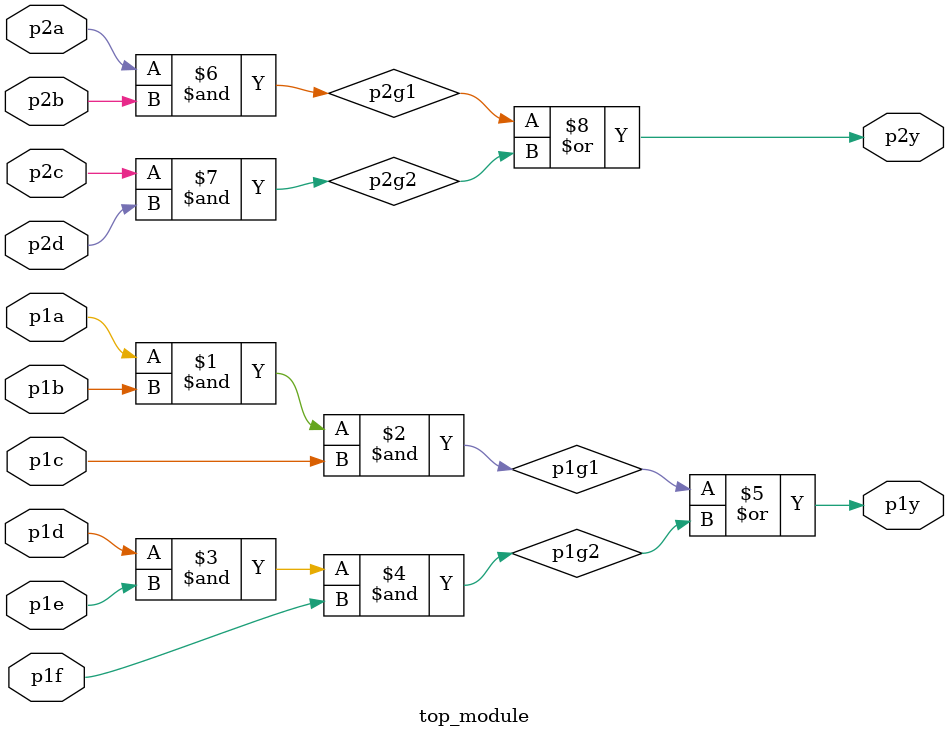
<source format=sv>
module top_module(
    input p1a,
    input p1b,
    input p1c,
    input p1d,
    input p1e,
    input p1f,
    output p1y,
    input p2a,
    input p2b,
    input p2c,
    input p2d,
    output p2y
);

    wire p1g1, p1g2, p2g1, p2g2;

    // 3-input AND gate for p1y
    assign p1g1 = p1a & p1b & p1c;
    assign p1g2 = p1d & p1e & p1f;
    assign p1y = p1g1 | p1g2;

    // 2-input AND gate for p2y
    assign p2g1 = p2a & p2b;
    assign p2g2 = p2c & p2d;
    assign p2y = p2g1 | p2g2;

endmodule

</source>
